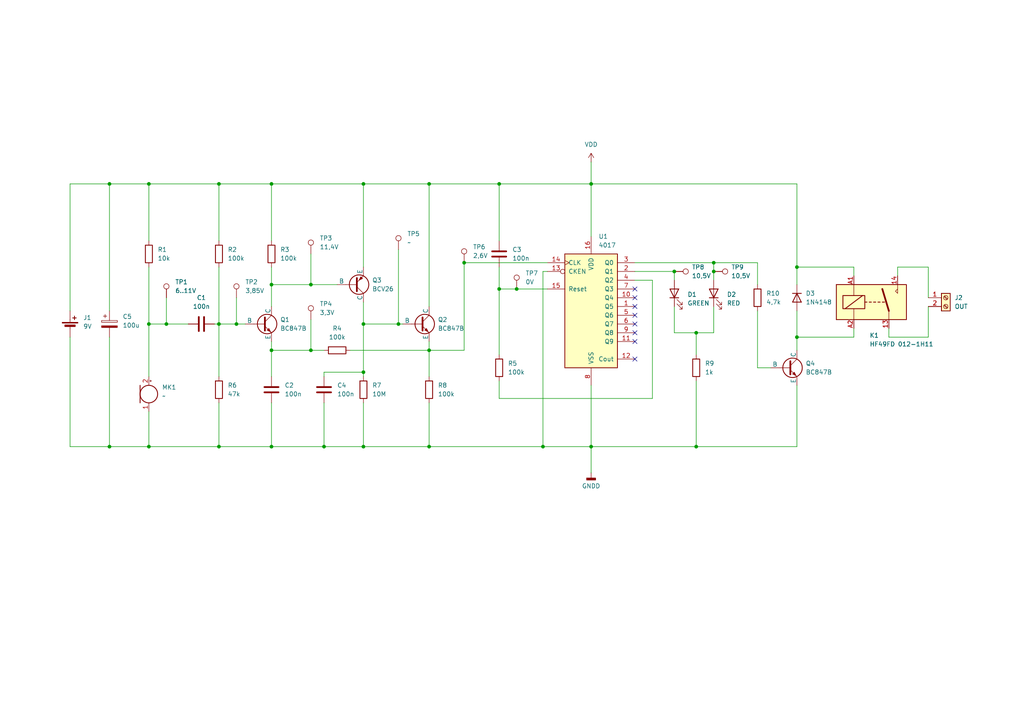
<source format=kicad_sch>
(kicad_sch (version 20250114) (generator "eeschema") (generator_version "9.0")
  (paper "A4")
  (title_block (title "Clap detector") (date "${CURRENT_DATE}") (rev "${VERSION}") (company "${GH_REPO}"))
  (lib_symbols
    (symbol "4xxx:4017" (pin_names (offset 1.016))
      (property "Reference" "U" (at -7.62 16.51 0))
      (property "Value" "4017" (at -7.62 -19.05 0))
      (symbol "4017_1_0"
        (pin input clock (at -12.7 12.7 0) (length 5.08) (name "CLK") (number "14"))
        (pin input inverted (at -12.7 10.16 0) (length 5.08) (name "CKEN") (number "13"))
        (pin input line (at -12.7 5.08 0) (length 5.08) (name "Reset") (number "15"))
        (pin power_in line (at 0 20.32 270) (length 5.08) (name "VDD") (number "16"))
        (pin power_in line (at 0 -22.86 90) (length 5.08) (name "VSS") (number "8"))
        (pin output line (at 12.7 12.7 180) (length 5.08) (name "Q0") (number "3"))
        (pin output line (at 12.7 10.16 180) (length 5.08) (name "Q1") (number "2"))
        (pin output line (at 12.7 7.62 180) (length 5.08) (name "Q2") (number "4"))
        (pin output line (at 12.7 5.08 180) (length 5.08) (name "Q3") (number "7"))
        (pin output line (at 12.7 2.54 180) (length 5.08) (name "Q4") (number "10"))
        (pin output line (at 12.7 0 180) (length 5.08) (name "Q5") (number "1"))
        (pin output line (at 12.7 -2.54 180) (length 5.08) (name "Q6") (number "5"))
        (pin output line (at 12.7 -5.08 180) (length 5.08) (name "Q7") (number "6"))
        (pin output line (at 12.7 -7.62 180) (length 5.08) (name "Q8") (number "9"))
        (pin output line (at 12.7 -10.16 180) (length 5.08) (name "Q9") (number "11"))
        (pin output line (at 12.7 -15.24 180) (length 5.08) (name "Cout") (number "12"))
      )
      (symbol "4017_1_1"
        (rectangle (start -7.62 15.24) (end 7.62 -17.78) (stroke (width 0.254)) (fill (type background)))
      )
    )
    (symbol "Connector:Screw_Terminal_01x02" (pin_names (offset 1.016) (hide yes))
      (property "Reference" "J" (at 0 2.54 0))
      (property "Value" "Screw_Terminal_01x02" (at 0 -5.08 0))
      (symbol "Screw_Terminal_01x02_1_1"
        (rectangle (start -1.27 1.27) (end 1.27 -3.81) (stroke (width 0.254)) (fill (type background)))
        (polyline (pts (xy -0.5334 0.3302) (xy 0.3302 -0.508)) (stroke (width 0.1524)))
        (polyline (pts (xy -0.5334 -2.2098) (xy 0.3302 -3.048)) (stroke (width 0.1524)))
        (polyline (pts (xy -0.3556 0.508) (xy 0.508 -0.3302)) (stroke (width 0.1524)))
        (polyline (pts (xy -0.3556 -2.032) (xy 0.508 -2.8702)) (stroke (width 0.1524)))
        (circle (center 0 0) (radius 0.635) (stroke (width 0.1524)))
        (circle (center 0 -2.54) (radius 0.635) (stroke (width 0.1524)))
        (pin passive line (at -5.08 0 0) (length 3.81) (name "Pin_1") (number "1"))
        (pin passive line (at -5.08 -2.54 0) (length 3.81) (name "Pin_2") (number "2"))
      )
    )
    (symbol "Connector:TestPoint" (pin_numbers (hide yes)) (pin_names (offset 0.762) (hide yes))
      (property "Reference" "TP" (at 0 6.858 0))
      (property "Value" "TestPoint" (at 0 5.08 0))
      (symbol "TestPoint_0_1"
        (circle (center 0 3.302) (radius 0.762))
      )
      (symbol "TestPoint_1_1"
        (pin passive line (at 0 0 90) (length 2.54) (name "1") (number "1"))
      )
    )
    (symbol "Device:Battery_Cell" (pin_numbers (hide yes)) (pin_names (offset 0) (hide yes))
      (property "Reference" "BT" (at 2.54 2.54 0))
      (property "Value" "Battery_Cell" (at 2.54 0 0))
      (symbol "Battery_Cell_0_1"
        (rectangle (start -2.286 1.778) (end 2.286 1.524) (fill (type outline)))
        (rectangle (start -1.524 1.016) (end 1.524 0.508) (fill (type outline)))
        (polyline (pts (xy 0 1.778) (xy 0 2.54)))
        (polyline (pts (xy 0 0.762) (xy 0 0)))
        (polyline (pts (xy 0.762 3.048) (xy 1.778 3.048)) (stroke (width 0.254)))
        (polyline (pts (xy 1.27 3.556) (xy 1.27 2.54)) (stroke (width 0.254)))
      )
      (symbol "Battery_Cell_1_1"
        (pin passive line (at 0 5.08 270) (length 2.54) (name "+") (number "1"))
        (pin passive line (at 0 -2.54 90) (length 2.54) (name "-") (number "2"))
      )
    )
    (symbol "Device:C" (pin_numbers (hide yes)) (pin_names (offset 0.254))
      (property "Reference" "C" (at 0.635 2.54 0))
      (property "Value" "C" (at 0.635 -2.54 0))
      (symbol "C_0_1"
        (polyline (pts (xy -2.032 0.762) (xy 2.032 0.762)) (stroke (width 0.508)))
        (polyline (pts (xy -2.032 -0.762) (xy 2.032 -0.762)) (stroke (width 0.508)))
      )
      (symbol "C_1_1"
        (pin passive line (at 0 3.81 270) (length 2.794) (name "~") (number "1"))
        (pin passive line (at 0 -3.81 90) (length 2.794) (name "~") (number "2"))
      )
    )
    (symbol "Device:C_Polarized" (pin_numbers (hide yes)) (pin_names (offset 0.254))
      (property "Reference" "C" (at 0.635 2.54 0))
      (property "Value" "C_Polarized" (at 0.635 -2.54 0))
      (symbol "C_Polarized_0_1"
        (rectangle (start -2.286 0.508) (end 2.286 1.016))
        (polyline (pts (xy -1.778 2.286) (xy -0.762 2.286)))
        (polyline (pts (xy -1.27 2.794) (xy -1.27 1.778)))
        (rectangle (start 2.286 -0.508) (end -2.286 -1.016) (fill (type outline)))
      )
      (symbol "C_Polarized_1_1"
        (pin passive line (at 0 3.81 270) (length 2.794) (name "~") (number "1"))
        (pin passive line (at 0 -3.81 90) (length 2.794) (name "~") (number "2"))
      )
    )
    (symbol "Device:D" (pin_numbers (hide yes)) (pin_names (offset 1.016) (hide yes))
      (property "Reference" "D" (at 0 2.54 0))
      (property "Value" "D" (at 0 -2.54 0))
      (symbol "D_0_1"
        (polyline (pts (xy -1.27 1.27) (xy -1.27 -1.27)) (stroke (width 0.254)))
        (polyline (pts (xy 1.27 1.27) (xy 1.27 -1.27) (xy -1.27 0) (xy 1.27 1.27)) (stroke (width 0.254)))
        (polyline (pts (xy 1.27 0) (xy -1.27 0)))
      )
      (symbol "D_1_1"
        (pin passive line (at -3.81 0 0) (length 2.54) (name "K") (number "1"))
        (pin passive line (at 3.81 0 180) (length 2.54) (name "A") (number "2"))
      )
    )
    (symbol "Device:LED" (pin_numbers (hide yes)) (pin_names (offset 1.016) (hide yes))
      (property "Reference" "D" (at 0 2.54 0))
      (property "Value" "LED" (at 0 -2.54 0))
      (symbol "LED_0_1"
        (polyline (pts (xy -3.048 -0.762) (xy -4.572 -2.286) (xy -3.81 -2.286) (xy -4.572 -2.286) (xy -4.572 -1.524)))
        (polyline (pts (xy -1.778 -0.762) (xy -3.302 -2.286) (xy -2.54 -2.286) (xy -3.302 -2.286) (xy -3.302 -1.524)))
        (polyline (pts (xy -1.27 0) (xy 1.27 0)))
        (polyline (pts (xy -1.27 -1.27) (xy -1.27 1.27)) (stroke (width 0.254)))
        (polyline (pts (xy 1.27 -1.27) (xy 1.27 1.27) (xy -1.27 0) (xy 1.27 -1.27)) (stroke (width 0.254)))
      )
      (symbol "LED_1_1"
        (pin passive line (at -3.81 0 0) (length 2.54) (name "K") (number "1"))
        (pin passive line (at 3.81 0 180) (length 2.54) (name "A") (number "2"))
      )
    )
    (symbol "Device:Microphone" (pin_names (offset 0.0254) (hide yes))
      (property "Reference" "MK" (at -3.81 1.27 0))
      (property "Value" "Microphone" (at -3.81 -0.635 0))
      (symbol "Microphone_0_1"
        (polyline (pts (xy -2.54 2.54) (xy -2.54 -2.54)) (stroke (width 0.254)))
        (circle (center 0 0) (radius 2.54) (stroke (width 0.254)))
        (polyline (pts (xy 0.254 3.81) (xy 0.762 3.81)))
        (polyline (pts (xy 0.508 4.064) (xy 0.508 3.556)))
      )
      (symbol "Microphone_1_1"
        (pin passive line (at 0 5.08 270) (length 2.54) (name "+") (number "2"))
        (pin passive line (at 0 -5.08 90) (length 2.54) (name "-") (number "1"))
      )
    )
    (symbol "Device:R" (pin_numbers (hide yes)) (pin_names (offset 0))
      (property "Reference" "R" (at 2.032 0 90))
      (property "Value" "R" (at 0 0 90))
      (symbol "R_0_1"
        (rectangle (start -1.016 -2.54) (end 1.016 2.54) (stroke (width 0.254)))
      )
      (symbol "R_1_1"
        (pin passive line (at 0 3.81 270) (length 1.27) (name "~") (number "1"))
        (pin passive line (at 0 -3.81 90) (length 1.27) (name "~") (number "2"))
      )
    )
    (symbol "Relay:Relay_SPST-NO"
      (property "Reference" "K" (at 11.43 3.81 0))
      (property "Value" "Relay_SPST-NO" (at 11.43 1.27 0))
      (symbol "Relay_SPST-NO_0_0"
        (polyline (pts (xy 7.62 5.08) (xy 7.62 2.54) (xy 6.985 3.175) (xy 7.62 3.81)))
      )
      (symbol "Relay_SPST-NO_0_1"
        (rectangle (start -10.16 5.08) (end 10.16 -5.08) (stroke (width 0.254)) (fill (type background)))
        (rectangle (start -8.255 1.905) (end -1.905 -1.905) (stroke (width 0.254)))
        (polyline (pts (xy -7.62 -1.905) (xy -2.54 1.905)) (stroke (width 0.254)))
        (polyline (pts (xy -5.08 5.08) (xy -5.08 1.905)))
        (polyline (pts (xy -5.08 -5.08) (xy -5.08 -1.905)))
        (polyline (pts (xy -1.905 0) (xy -1.27 0)) (stroke (width 0.254)))
        (polyline (pts (xy -0.635 0) (xy 0 0)) (stroke (width 0.254)))
        (polyline (pts (xy 0.635 0) (xy 1.27 0)) (stroke (width 0.254)))
        (polyline (pts (xy 1.905 0) (xy 2.54 0)) (stroke (width 0.254)))
        (polyline (pts (xy 3.175 0) (xy 3.81 0)) (stroke (width 0.254)))
        (polyline (pts (xy 5.08 -2.54) (xy 3.175 3.81)) (stroke (width 0.508)))
        (polyline (pts (xy 5.08 -2.54) (xy 5.08 -5.08)))
      )
      (symbol "Relay_SPST-NO_1_1"
        (pin passive line (at -5.08 7.62 270) (length 2.54) (name "~") (number "A1"))
        (pin passive line (at -5.08 -7.62 90) (length 2.54) (name "~") (number "A2"))
        (pin passive line (at 5.08 -7.62 90) (length 2.54) (name "~") (number "13"))
        (pin passive line (at 7.62 7.62 270) (length 2.54) (name "~") (number "14"))
      )
    )
    (symbol "Simulation_SPICE:NPN" (pin_numbers (hide yes)) (pin_names (offset 0))
      (property "Reference" "Q" (at -2.54 7.62 0))
      (property "Value" "NPN" (at -2.54 5.08 0))
      (symbol "NPN_0_1"
        (polyline (pts (xy -2.54 0) (xy 0.635 0)) (stroke (width 0.1524)))
        (polyline (pts (xy 0.635 1.905) (xy 0.635 -1.905) (xy 0.635 -1.905)) (stroke (width 0.508)))
        (polyline (pts (xy 0.635 0.635) (xy 2.54 2.54)))
        (polyline (pts (xy 0.635 -0.635) (xy 2.54 -2.54) (xy 2.54 -2.54)))
        (circle (center 1.27 0) (radius 2.8194) (stroke (width 0.254)))
        (polyline (pts (xy 1.27 -1.778) (xy 1.778 -1.27) (xy 2.286 -2.286) (xy 1.27 -1.778) (xy 1.27 -1.778)) (fill (type outline)))
        (polyline (pts (xy 2.794 -1.27) (xy 2.794 -1.27)) (stroke (width 0.1524)))
        (polyline (pts (xy 2.794 -1.27) (xy 2.794 -1.27)) (stroke (width 0.1524)))
      )
      (symbol "NPN_1_1"
        (pin input line (at -5.08 0 0) (length 2.54) (name "B") (number "2"))
        (pin open_collector line (at 2.54 5.08 270) (length 2.54) (name "C") (number "1"))
        (pin open_emitter line (at 2.54 -5.08 90) (length 2.54) (name "E") (number "3"))
      )
    )
    (symbol "Simulation_SPICE:PNP" (pin_numbers (hide yes)) (pin_names (offset 0))
      (property "Reference" "Q" (at -2.54 7.62 0))
      (property "Value" "PNP" (at -2.54 5.08 0))
      (symbol "PNP_0_1"
        (polyline (pts (xy -2.54 0) (xy 0.635 0)) (stroke (width 0.1524)))
        (polyline (pts (xy 0.635 1.905) (xy 0.635 -1.905) (xy 0.635 -1.905)) (stroke (width 0.508)))
        (polyline (pts (xy 0.635 0.635) (xy 2.54 2.54)))
        (polyline (pts (xy 0.635 -0.635) (xy 2.54 -2.54) (xy 2.54 -2.54)))
        (circle (center 1.27 0) (radius 2.8194) (stroke (width 0.254)))
        (polyline (pts (xy 2.286 -1.778) (xy 1.778 -2.286) (xy 1.27 -1.27) (xy 2.286 -1.778) (xy 2.286 -1.778)) (fill (type outline)))
      )
      (symbol "PNP_1_1"
        (pin input line (at -5.08 0 0) (length 2.54) (name "B") (number "2"))
        (pin open_collector line (at 2.54 5.08 270) (length 2.54) (name "C") (number "1"))
        (pin open_emitter line (at 2.54 -5.08 90) (length 2.54) (name "E") (number "3"))
      )
    )
    (symbol "power:GNDD" (power) (pin_numbers (hide yes)) (pin_names (offset 0) (hide yes))
      (property "Value" "GNDD" (at 0 -3.175 0))
      (symbol "GNDD_0_1"
        (rectangle (start -1.27 -1.524) (end 1.27 -2.032) (stroke (width 0.254)) (fill (type outline)))
        (polyline (pts (xy 0 0) (xy 0 -1.524)))
      )
      (symbol "GNDD_1_1"
        (pin power_in line (at 0 0 270) (length 0) (name "~") (number "1"))
      )
    )
    (symbol "power:VDD" (power) (pin_numbers (hide yes)) (pin_names (offset 0) (hide yes))
      (property "Value" "VDD" (at 0 3.556 0))
      (symbol "VDD_0_1"
        (polyline (pts (xy -0.762 1.27) (xy 0 2.54)))
        (polyline (pts (xy 0 2.54) (xy 0.762 1.27)))
        (polyline (pts (xy 0 0) (xy 0 2.54)))
      )
      (symbol "VDD_1_1"
        (pin power_in line (at 0 0 90) (length 0) (name "~") (number "1"))
      )
    )
  )
  (junction (at 231.14 77.47))
  (junction (at 63.5 53.34))
  (junction (at 78.74 53.34))
  (junction (at 63.5 93.98))
  (junction (at 78.74 101.6))
  (junction (at 48.26 93.98))
  (junction (at 124.46 53.34))
  (junction (at 171.45 129.54))
  (junction (at 43.18 129.54))
  (junction (at 43.18 93.98))
  (junction (at 124.46 101.6))
  (junction (at 231.14 97.79))
  (junction (at 144.78 83.82))
  (junction (at 31.75 53.34))
  (junction (at 93.98 129.54))
  (junction (at 134.62 76.2))
  (junction (at 63.5 129.54))
  (junction (at 207.01 78.74))
  (junction (at 201.93 129.54))
  (junction (at 78.74 129.54))
  (junction (at 105.41 107.95))
  (junction (at 78.74 82.55))
  (junction (at 31.75 129.54))
  (junction (at 207.01 76.2))
  (junction (at 43.18 53.34))
  (junction (at 124.46 129.54))
  (junction (at 115.57 93.98))
  (junction (at 105.41 93.98))
  (junction (at 90.17 82.55))
  (junction (at 195.58 78.74))
  (junction (at 68.58 93.98))
  (junction (at 171.45 53.34))
  (junction (at 157.48 129.54))
  (junction (at 201.93 96.52))
  (junction (at 149.86 83.82))
  (junction (at 90.17 101.6))
  (junction (at 105.41 129.54))
  (junction (at 105.41 53.34))
  (junction (at 144.78 53.34))
  (no_connect (at 184.15 86.36))
  (no_connect (at 184.15 99.06))
  (no_connect (at 184.15 93.98))
  (no_connect (at 184.15 83.82))
  (no_connect (at 184.15 104.14))
  (no_connect (at 184.15 91.44))
  (no_connect (at 184.15 96.52))
  (no_connect (at 184.15 88.9))
  (wire (pts (xy 78.74 116.84) (xy 78.74 129.54)))
  (wire (pts (xy 20.32 90.17) (xy 20.32 53.34)))
  (wire (pts (xy 260.35 77.47) (xy 260.35 80.01)))
  (wire (pts (xy 231.14 111.76) (xy 231.14 129.54)))
  (wire (pts (xy 43.18 129.54) (xy 63.5 129.54)))
  (wire (pts (xy 207.01 88.9) (xy 207.01 96.52)))
  (wire (pts (xy 269.24 86.36) (xy 269.24 77.47)))
  (wire (pts (xy 31.75 97.79) (xy 31.75 129.54)))
  (wire (pts (xy 171.45 46.99) (xy 171.45 53.34)))
  (wire (pts (xy 63.5 77.47) (xy 63.5 93.98)))
  (wire (pts (xy 247.65 97.79) (xy 231.14 97.79)))
  (wire (pts (xy 43.18 129.54) (xy 31.75 129.54)))
  (wire (pts (xy 247.65 95.25) (xy 247.65 97.79)))
  (wire (pts (xy 207.01 76.2) (xy 207.01 78.74)))
  (wire (pts (xy 101.6 101.6) (xy 124.46 101.6)))
  (wire (pts (xy 231.14 53.34) (xy 231.14 77.47)))
  (wire (pts (xy 124.46 129.54) (xy 157.48 129.54)))
  (wire (pts (xy 105.41 87.63) (xy 105.41 93.98)))
  (wire (pts (xy 105.41 53.34) (xy 124.46 53.34)))
  (wire (pts (xy 157.48 129.54) (xy 171.45 129.54)))
  (wire (pts (xy 62.23 93.98) (xy 63.5 93.98)))
  (wire (pts (xy 124.46 116.84) (xy 124.46 129.54)))
  (wire (pts (xy 144.78 83.82) (xy 149.86 83.82)))
  (wire (pts (xy 144.78 83.82) (xy 144.78 102.87)))
  (wire (pts (xy 269.24 88.9) (xy 269.24 97.79)))
  (wire (pts (xy 124.46 53.34) (xy 124.46 88.9)))
  (wire (pts (xy 31.75 53.34) (xy 31.75 90.17)))
  (wire (pts (xy 231.14 97.79) (xy 231.14 101.6)))
  (wire (pts (xy 105.41 116.84) (xy 105.41 129.54)))
  (wire (pts (xy 231.14 53.34) (xy 171.45 53.34)))
  (wire (pts (xy 63.5 93.98) (xy 63.5 109.22)))
  (wire (pts (xy 195.58 78.74) (xy 195.58 81.28)))
  (wire (pts (xy 93.98 107.95) (xy 105.41 107.95)))
  (wire (pts (xy 149.86 83.82) (xy 158.75 83.82)))
  (wire (pts (xy 257.81 97.79) (xy 257.81 95.25)))
  (wire (pts (xy 43.18 93.98) (xy 43.18 109.22)))
  (wire (pts (xy 20.32 53.34) (xy 31.75 53.34)))
  (wire (pts (xy 195.58 96.52) (xy 201.93 96.52)))
  (wire (pts (xy 144.78 53.34) (xy 171.45 53.34)))
  (wire (pts (xy 105.41 129.54) (xy 93.98 129.54)))
  (wire (pts (xy 90.17 82.55) (xy 97.79 82.55)))
  (wire (pts (xy 201.93 96.52) (xy 207.01 96.52)))
  (wire (pts (xy 78.74 77.47) (xy 78.74 82.55)))
  (wire (pts (xy 93.98 109.22) (xy 93.98 107.95)))
  (wire (pts (xy 171.45 111.76) (xy 171.45 129.54)))
  (wire (pts (xy 20.32 97.79) (xy 20.32 129.54)))
  (wire (pts (xy 90.17 92.71) (xy 90.17 101.6)))
  (wire (pts (xy 115.57 72.39) (xy 115.57 93.98)))
  (wire (pts (xy 144.78 115.57) (xy 144.78 110.49)))
  (wire (pts (xy 219.71 76.2) (xy 207.01 76.2)))
  (wire (pts (xy 78.74 101.6) (xy 78.74 109.22)))
  (wire (pts (xy 78.74 99.06) (xy 78.74 101.6)))
  (wire (pts (xy 158.75 78.74) (xy 157.48 78.74)))
  (wire (pts (xy 158.75 76.2) (xy 134.62 76.2)))
  (wire (pts (xy 124.46 99.06) (xy 124.46 101.6)))
  (wire (pts (xy 144.78 53.34) (xy 144.78 69.85)))
  (wire (pts (xy 134.62 76.2) (xy 134.62 101.6)))
  (wire (pts (xy 48.26 93.98) (xy 54.61 93.98)))
  (wire (pts (xy 105.41 53.34) (xy 105.41 77.47)))
  (wire (pts (xy 184.15 78.74) (xy 195.58 78.74)))
  (wire (pts (xy 48.26 86.36) (xy 48.26 93.98)))
  (wire (pts (xy 63.5 53.34) (xy 63.5 69.85)))
  (wire (pts (xy 171.45 129.54) (xy 171.45 137.16)))
  (wire (pts (xy 78.74 129.54) (xy 63.5 129.54)))
  (wire (pts (xy 116.84 93.98) (xy 115.57 93.98)))
  (wire (pts (xy 105.41 93.98) (xy 115.57 93.98)))
  (wire (pts (xy 269.24 77.47) (xy 260.35 77.47)))
  (wire (pts (xy 124.46 129.54) (xy 105.41 129.54)))
  (wire (pts (xy 105.41 107.95) (xy 105.41 109.22)))
  (wire (pts (xy 43.18 77.47) (xy 43.18 93.98)))
  (wire (pts (xy 78.74 82.55) (xy 90.17 82.55)))
  (wire (pts (xy 90.17 101.6) (xy 93.98 101.6)))
  (wire (pts (xy 219.71 82.55) (xy 219.71 76.2)))
  (wire (pts (xy 184.15 81.28) (xy 189.23 81.28)))
  (wire (pts (xy 231.14 90.17) (xy 231.14 97.79)))
  (wire (pts (xy 43.18 93.98) (xy 48.26 93.98)))
  (wire (pts (xy 201.93 110.49) (xy 201.93 129.54)))
  (wire (pts (xy 78.74 53.34) (xy 105.41 53.34)))
  (wire (pts (xy 134.62 101.6) (xy 124.46 101.6)))
  (wire (pts (xy 189.23 81.28) (xy 189.23 115.57)))
  (wire (pts (xy 68.58 93.98) (xy 71.12 93.98)))
  (wire (pts (xy 63.5 93.98) (xy 68.58 93.98)))
  (wire (pts (xy 144.78 77.47) (xy 144.78 83.82)))
  (wire (pts (xy 105.41 93.98) (xy 105.41 107.95)))
  (wire (pts (xy 78.74 82.55) (xy 78.74 88.9)))
  (wire (pts (xy 93.98 116.84) (xy 93.98 129.54)))
  (wire (pts (xy 43.18 53.34) (xy 63.5 53.34)))
  (wire (pts (xy 43.18 53.34) (xy 43.18 69.85)))
  (wire (pts (xy 247.65 80.01) (xy 247.65 77.47)))
  (wire (pts (xy 231.14 82.55) (xy 231.14 77.47)))
  (wire (pts (xy 124.46 53.34) (xy 144.78 53.34)))
  (wire (pts (xy 31.75 129.54) (xy 20.32 129.54)))
  (wire (pts (xy 171.45 53.34) (xy 171.45 68.58)))
  (wire (pts (xy 184.15 76.2) (xy 207.01 76.2)))
  (wire (pts (xy 207.01 78.74) (xy 207.01 81.28)))
  (wire (pts (xy 219.71 90.17) (xy 219.71 106.68)))
  (wire (pts (xy 124.46 101.6) (xy 124.46 109.22)))
  (wire (pts (xy 31.75 53.34) (xy 43.18 53.34)))
  (wire (pts (xy 231.14 77.47) (xy 247.65 77.47)))
  (wire (pts (xy 90.17 73.66) (xy 90.17 82.55)))
  (wire (pts (xy 157.48 78.74) (xy 157.48 129.54)))
  (wire (pts (xy 78.74 101.6) (xy 90.17 101.6)))
  (wire (pts (xy 43.18 119.38) (xy 43.18 129.54)))
  (wire (pts (xy 93.98 129.54) (xy 78.74 129.54)))
  (wire (pts (xy 189.23 115.57) (xy 144.78 115.57)))
  (wire (pts (xy 78.74 53.34) (xy 78.74 69.85)))
  (wire (pts (xy 219.71 106.68) (xy 223.52 106.68)))
  (wire (pts (xy 63.5 53.34) (xy 78.74 53.34)))
  (wire (pts (xy 63.5 116.84) (xy 63.5 129.54)))
  (wire (pts (xy 231.14 129.54) (xy 201.93 129.54)))
  (wire (pts (xy 195.58 88.9) (xy 195.58 96.52)))
  (wire (pts (xy 201.93 96.52) (xy 201.93 102.87)))
  (wire (pts (xy 68.58 86.36) (xy 68.58 93.98)))
  (wire (pts (xy 269.24 97.79) (xy 257.81 97.79)))
  (wire (pts (xy 171.45 129.54) (xy 201.93 129.54)))
  (symbol (lib_id "Device:R") (at 97.79 101.6 90) (unit 1)
    (property "Reference" "R4" (at 97.79 95.25 90))
    (property "Value" "100k" (at 97.79 97.79 90))
    (property "Description" "Resistor" (effects (hide yes)))
  )
  (symbol (lib_id "Device:R") (at 144.78 106.68 0) (unit 1)
    (property "Reference" "R5" (at 147.32 105.4099 0) (effects (justify left)))
    (property "Value" "100k" (at 147.32 107.9499 0) (effects (justify left)))
    (property "Description" "Resistor" (effects (hide yes)))
  )
  (symbol (lib_id "power:VDD") (at 171.45 46.99 0) (unit 1)
    (property "Reference" "#PWR02" (effects (hide yes)))
    (property "Value" "VDD" (at 171.45 41.91 0))
    (property "Description" "Power symbol creates a global label with name \"VDD\"" (effects (hide yes)))
  )
  (symbol (lib_id "Simulation_SPICE:NPN") (at 228.6 106.68 0) (unit 1)
    (property "Reference" "Q4" (at 233.68 105.4099 0) (effects (justify left)))
    (property "Value" "BC847B" (at 233.68 107.9499 0) (effects (justify left)))
    (property "Datasheet" "https://ngspice.sourceforge.io/docs/ngspice-html-manual/manual.xhtml#cha_BJTs" (effects (hide yes)))
    (property "Description" "Bipolar transistor symbol for simulation only, substrate tied to the emitter" (effects (hide yes)))
    (property "Sim.Device" "NPN" (effects (hide yes)))
    (property "Sim.Type" "GUMMELPOON" (effects (hide yes)))
    (property "Sim.Pins" "1=C 2=B 3=E" (effects (hide yes)))
  )
  (symbol (lib_id "Connector:TestPoint") (at 195.58 78.74 270) (unit 1)
    (property "Reference" "TP8" (at 200.66 77.4699 90) (effects (justify left)))
    (property "Value" "10,5V" (at 200.66 80.0099 90) (effects (justify left)))
    (property "Description" "test point" (effects (hide yes)))
  )
  (symbol (lib_id "Device:R") (at 219.71 86.36 0) (unit 1)
    (property "Reference" "R10" (at 222.25 85.0899 0) (effects (justify left)))
    (property "Value" "4,7k" (at 222.25 87.6299 0) (effects (justify left)))
    (property "Description" "Resistor" (effects (hide yes)))
  )
  (symbol (lib_id "Device:R") (at 105.41 113.03 0) (unit 1)
    (property "Reference" "R7" (at 107.95 111.7599 0) (effects (justify left)))
    (property "Value" "10M" (at 107.95 114.2999 0) (effects (justify left)))
    (property "Description" "Resistor" (effects (hide yes)))
  )
  (symbol (lib_id "Device:C") (at 93.98 113.03 0) (unit 1)
    (property "Reference" "C4" (at 97.79 111.7599 0) (effects (justify left)))
    (property "Value" "100n" (at 97.79 114.2999 0) (effects (justify left)))
    (property "Description" "Unpolarized capacitor" (effects (hide yes)))
  )
  (symbol (lib_id "Device:D") (at 231.14 86.36 270) (unit 1)
    (property "Reference" "D3" (at 233.68 85.0899 90) (effects (justify left)))
    (property "Value" "1N4148" (at 233.68 87.6299 90) (effects (justify left)))
    (property "Description" "Diode" (effects (hide yes)))
    (property "Sim.Device" "D" (effects (hide yes)))
    (property "Sim.Pins" "1=K 2=A" (effects (hide yes)))
  )
  (symbol (lib_id "Device:LED") (at 207.01 85.09 90) (unit 1)
    (property "Reference" "D2" (at 210.82 85.4074 90) (effects (justify right)))
    (property "Value" "RED" (at 210.82 87.9474 90) (effects (justify right)))
    (property "Description" "Light emitting diode" (effects (hide yes)))
    (property "Sim.Pins" "1=K 2=A" (effects (hide yes)))
  )
  (symbol (lib_id "Device:C") (at 144.78 73.66 0) (unit 1)
    (property "Reference" "C3" (at 148.59 72.3899 0) (effects (justify left)))
    (property "Value" "100n" (at 148.59 74.9299 0) (effects (justify left)))
    (property "Description" "Unpolarized capacitor" (effects (hide yes)))
  )
  (symbol (lib_id "Device:C") (at 78.74 113.03 0) (unit 1)
    (property "Reference" "C2" (at 82.55 111.7599 0) (effects (justify left)))
    (property "Value" "100n" (at 82.55 114.2999 0) (effects (justify left)))
    (property "Description" "Unpolarized capacitor" (effects (hide yes)))
  )
  (symbol (lib_id "Relay:Relay_SPST-NO") (at 252.73 87.63 0) (unit 1)
    (property "Reference" "K1" (at 252.222 97.282 0) (effects (justify left)))
    (property "Value" "HF49FD 012-1H11" (at 252.222 99.822 0) (effects (justify left)))
    (property "Description" "Relay SPST, normally open, EN50005" (effects (hide yes)))
  )
  (symbol (lib_id "Simulation_SPICE:NPN") (at 76.2 93.98 0) (unit 1)
    (property "Reference" "Q1" (at 81.28 92.7099 0) (effects (justify left)))
    (property "Value" "BC847B" (at 81.28 95.2499 0) (effects (justify left)))
    (property "Datasheet" "https://ngspice.sourceforge.io/docs/ngspice-html-manual/manual.xhtml#cha_BJTs" (effects (hide yes)))
    (property "Description" "Bipolar transistor symbol for simulation only, substrate tied to the emitter" (effects (hide yes)))
    (property "Sim.Device" "NPN" (effects (hide yes)))
    (property "Sim.Type" "GUMMELPOON" (effects (hide yes)))
    (property "Sim.Pins" "1=C 2=B 3=E" (effects (hide yes)))
  )
  (symbol (lib_id "Connector:TestPoint") (at 90.17 73.66 0) (unit 1)
    (property "Reference" "TP3" (at 92.71 69.0879 0) (effects (justify left)))
    (property "Value" "11,4V" (at 92.71 71.6279 0) (effects (justify left)))
    (property "Description" "test point" (effects (hide yes)))
  )
  (symbol (lib_id "Connector:Screw_Terminal_01x02") (at 274.32 86.36 0) (unit 1)
    (property "Reference" "J2" (at 276.86 86.3599 0) (effects (justify left)))
    (property "Value" "OUT" (at 276.86 88.8999 0) (effects (justify left)))
    (property "Description" "Generic screw terminal, single row, 01x02, script generated (kicad-library-utils/schlib/autogen/connector/)" (effects (hide yes)))
  )
  (symbol (lib_id "Simulation_SPICE:PNP") (at 102.87 82.55 0) (mirror x) (unit 1)
    (property "Reference" "Q3" (at 107.95 81.2799 0) (effects (justify left)))
    (property "Value" "BCV26" (at 107.95 83.8199 0) (effects (justify left)))
    (property "Datasheet" "https://ngspice.sourceforge.io/docs/ngspice-html-manual/manual.xhtml#cha_BJTs" (effects (hide yes)))
    (property "Description" "Bipolar transistor symbol for simulation only, substrate tied to the emitter" (effects (hide yes)))
    (property "Sim.Device" "PNP" (effects (hide yes)))
    (property "Sim.Type" "GUMMELPOON" (effects (hide yes)))
    (property "Sim.Pins" "1=C 2=B 3=E" (effects (hide yes)))
  )
  (symbol (lib_id "Connector:TestPoint") (at 48.26 86.36 0) (unit 1)
    (property "Reference" "TP1" (at 50.8 81.7879 0) (effects (justify left)))
    (property "Value" "6..11V" (at 50.8 84.3279 0) (effects (justify left)))
    (property "Description" "test point" (effects (hide yes)))
  )
  (symbol (lib_id "Connector:TestPoint") (at 149.86 83.82 0) (unit 1)
    (property "Reference" "TP7" (at 152.4 79.2479 0) (effects (justify left)))
    (property "Value" "0V" (at 152.4 81.7879 0) (effects (justify left)))
    (property "Description" "test point" (effects (hide yes)))
  )
  (symbol (lib_id "Device:R") (at 78.74 73.66 0) (unit 1)
    (property "Reference" "R3" (at 81.28 72.3899 0) (effects (justify left)))
    (property "Value" "100k" (at 81.28 74.9299 0) (effects (justify left)))
    (property "Description" "Resistor" (effects (hide yes)))
  )
  (symbol (lib_id "Simulation_SPICE:NPN") (at 121.92 93.98 0) (unit 1)
    (property "Reference" "Q2" (at 127 92.7099 0) (effects (justify left)))
    (property "Value" "BC847B" (at 127 95.2499 0) (effects (justify left)))
    (property "Datasheet" "https://ngspice.sourceforge.io/docs/ngspice-html-manual/manual.xhtml#cha_BJTs" (effects (hide yes)))
    (property "Description" "Bipolar transistor symbol for simulation only, substrate tied to the emitter" (effects (hide yes)))
    (property "Sim.Device" "NPN" (effects (hide yes)))
    (property "Sim.Type" "GUMMELPOON" (effects (hide yes)))
    (property "Sim.Pins" "1=C 2=B 3=E" (effects (hide yes)))
  )
  (symbol (lib_id "power:GNDD") (at 171.45 137.16 0) (unit 1)
    (property "Reference" "#PWR01" (effects (hide yes)))
    (property "Value" "GNDD" (at 171.45 140.97 0))
    (property "Description" "Power symbol creates a global label with name \"GNDD\" , digital ground" (effects (hide yes)))
  )
  (symbol (lib_id "Connector:TestPoint") (at 134.62 76.2 0) (unit 1)
    (property "Reference" "TP6" (at 137.16 71.6279 0) (effects (justify left)))
    (property "Value" "2,6V" (at 137.16 74.1679 0) (effects (justify left)))
    (property "Description" "test point" (effects (hide yes)))
  )
  (symbol (lib_id "Device:Battery_Cell") (at 20.32 95.25 0) (unit 1)
    (property "Reference" "J1" (at 24.13 92.1384 0) (effects (justify left)))
    (property "Value" "9V" (at 24.13 94.6784 0) (effects (justify left)))
    (property "Description" "Single-cell battery" (effects (hide yes)))
  )
  (symbol (lib_id "Device:C") (at 58.42 93.98 270) (unit 1)
    (property "Reference" "C1" (at 58.42 86.36 90))
    (property "Value" "100n" (at 58.42 88.9 90))
    (property "Description" "Unpolarized capacitor" (effects (hide yes)))
  )
  (symbol (lib_id "Device:R") (at 124.46 113.03 0) (unit 1)
    (property "Reference" "R8" (at 127 111.7599 0) (effects (justify left)))
    (property "Value" "100k" (at 127 114.2999 0) (effects (justify left)))
    (property "Description" "Resistor" (effects (hide yes)))
  )
  (symbol (lib_id "Connector:TestPoint") (at 115.57 72.39 0) (unit 1)
    (property "Reference" "TP5" (at 118.11 67.8179 0) (effects (justify left)))
    (property "Value" "~" (at 118.11 70.3579 0) (effects (justify left)))
    (property "Description" "test point" (effects (hide yes)))
  )
  (symbol (lib_id "Connector:TestPoint") (at 68.58 86.36 0) (unit 1)
    (property "Reference" "TP2" (at 71.12 81.7879 0) (effects (justify left)))
    (property "Value" "3,85V" (at 71.12 84.3279 0) (effects (justify left)))
    (property "Description" "test point" (effects (hide yes)))
  )
  (symbol (lib_id "Device:R") (at 201.93 106.68 0) (unit 1)
    (property "Reference" "R9" (at 204.47 105.4099 0) (effects (justify left)))
    (property "Value" "1k" (at 204.47 107.9499 0) (effects (justify left)))
    (property "Description" "Resistor" (effects (hide yes)))
  )
  (symbol (lib_id "Device:R") (at 43.18 73.66 0) (unit 1)
    (property "Reference" "R1" (at 45.72 72.3899 0) (effects (justify left)))
    (property "Value" "10k" (at 45.72 74.9299 0) (effects (justify left)))
    (property "Description" "Resistor" (effects (hide yes)))
  )
  (symbol (lib_id "Device:Microphone") (at 43.18 114.3 0) (unit 1)
    (property "Reference" "MK1" (at 46.99 112.3314 0) (effects (justify left)))
    (property "Value" "~" (at 46.99 114.8714 0) (effects (justify left)))
    (property "Description" "Microphone" (effects (hide yes)))
  )
  (symbol (lib_id "Connector:TestPoint") (at 207.01 78.74 270) (unit 1)
    (property "Reference" "TP9" (at 212.09 77.4699 90) (effects (justify left)))
    (property "Value" "10,5V" (at 212.09 80.0099 90) (effects (justify left)))
    (property "Description" "test point" (effects (hide yes)))
  )
  (symbol (lib_id "Connector:TestPoint") (at 90.17 92.71 0) (unit 1)
    (property "Reference" "TP4" (at 92.71 88.1379 0) (effects (justify left)))
    (property "Value" "3,3V" (at 92.71 90.6779 0) (effects (justify left)))
    (property "Description" "test point" (effects (hide yes)))
  )
  (symbol (lib_id "Device:C_Polarized") (at 31.75 93.98 0) (unit 1)
    (property "Reference" "C5" (at 35.56 91.8209 0) (effects (justify left)))
    (property "Value" "100u" (at 35.56 94.3609 0) (effects (justify left)))
    (property "Description" "Polarized capacitor" (effects (hide yes)))
  )
  (symbol (lib_id "4xxx:4017") (at 171.45 88.9 0) (unit 1)
    (property "Reference" "U1" (at 173.5933 68.58 0) (effects (justify left)))
    (property "Value" "4017" (at 173.5933 71.12 0) (effects (justify left)))
    (property "Datasheet" "http://www.intersil.com/content/dam/Intersil/documents/cd40/cd4017bms-22bms.pdf" (effects (hide yes)))
    (property "Description" "Johnson Counter ( 10 outputs )" (effects (hide yes)))
  )
  (symbol (lib_id "Device:R") (at 63.5 73.66 0) (unit 1)
    (property "Reference" "R2" (at 66.04 72.3899 0) (effects (justify left)))
    (property "Value" "100k" (at 66.04 74.9299 0) (effects (justify left)))
    (property "Description" "Resistor" (effects (hide yes)))
  )
  (symbol (lib_id "Device:LED") (at 195.58 85.09 90) (unit 1)
    (property "Reference" "D1" (at 199.39 85.4074 90) (effects (justify right)))
    (property "Value" "GREEN" (at 199.39 87.9474 90) (effects (justify right)))
    (property "Description" "Light emitting diode" (effects (hide yes)))
    (property "Sim.Pins" "1=K 2=A" (effects (hide yes)))
  )
  (symbol (lib_id "Device:R") (at 63.5 113.03 0) (unit 1)
    (property "Reference" "R6" (at 66.04 111.7599 0) (effects (justify left)))
    (property "Value" "47k" (at 66.04 114.2999 0) (effects (justify left)))
    (property "Description" "Resistor" (effects (hide yes)))
  )
)
</source>
